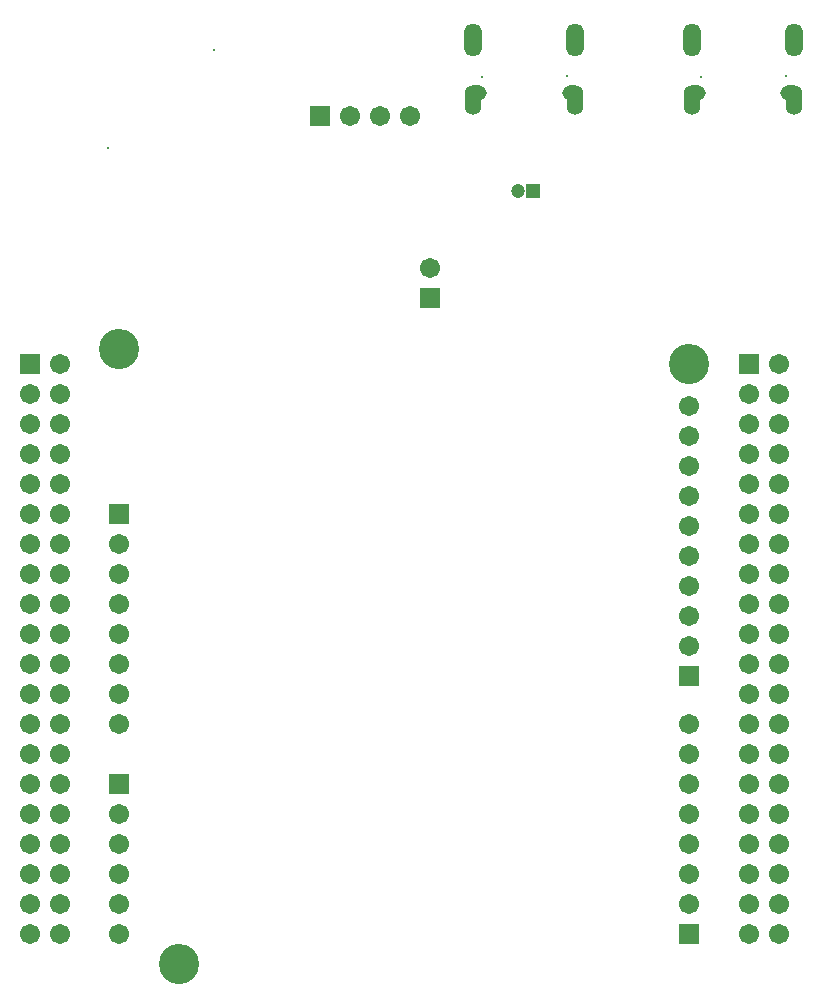
<source format=gbs>
G04*
G04 #@! TF.GenerationSoftware,Altium Limited,Altium Designer,19.0.15 (446)*
G04*
G04 Layer_Color=16711935*
%FSLAX44Y44*%
%MOMM*%
G71*
G01*
G75*
%ADD201R,1.7032X1.7032*%
%ADD238C,1.7032*%
%ADD239C,0.2032*%
%ADD240C,1.2032*%
%ADD241R,1.2032X1.2032*%
%ADD242O,1.6532X1.3032*%
%ADD243O,1.4032X2.5032*%
%ADD244O,1.5032X2.8032*%
%ADD245R,1.7032X1.7032*%
%ADD246C,3.4032*%
D201*
X362700Y660200D02*
D03*
X845300Y304430D02*
D03*
X362700Y431430D02*
D03*
X845300Y522870D02*
D03*
X286700Y787030D02*
D03*
X625700Y842721D02*
D03*
X896100Y787030D02*
D03*
D238*
X362700Y634800D02*
D03*
Y609400D02*
D03*
Y584000D02*
D03*
Y558600D02*
D03*
Y533200D02*
D03*
Y507800D02*
D03*
Y482400D02*
D03*
X845300Y482230D02*
D03*
Y456830D02*
D03*
Y431430D02*
D03*
Y406030D02*
D03*
Y380630D02*
D03*
Y355230D02*
D03*
Y329830D02*
D03*
X362700Y304430D02*
D03*
Y329830D02*
D03*
Y355230D02*
D03*
Y380630D02*
D03*
Y406030D02*
D03*
X845300Y548270D02*
D03*
Y599070D02*
D03*
Y624470D02*
D03*
Y649870D02*
D03*
Y675270D02*
D03*
Y700670D02*
D03*
Y726070D02*
D03*
Y751470D02*
D03*
Y573670D02*
D03*
X312100Y787030D02*
D03*
X286700Y761630D02*
D03*
X312100D02*
D03*
X286700Y736230D02*
D03*
X312100D02*
D03*
X286700Y710830D02*
D03*
X312100D02*
D03*
X286700Y685430D02*
D03*
X312100D02*
D03*
X286700Y660030D02*
D03*
X312100D02*
D03*
X286700Y634630D02*
D03*
X312100D02*
D03*
X286700Y609230D02*
D03*
X312100D02*
D03*
X286700Y583830D02*
D03*
X312100D02*
D03*
X286700Y558430D02*
D03*
X312100D02*
D03*
X286700Y533030D02*
D03*
X312100D02*
D03*
X286700Y507630D02*
D03*
X312100D02*
D03*
X286700Y482230D02*
D03*
X312100D02*
D03*
X286700Y456830D02*
D03*
X312100D02*
D03*
X286700Y431430D02*
D03*
X312100D02*
D03*
X286700Y406030D02*
D03*
X312100D02*
D03*
X286700Y380630D02*
D03*
X312100D02*
D03*
X286700Y355230D02*
D03*
X312100D02*
D03*
X286700Y329830D02*
D03*
X312100D02*
D03*
X286700Y304430D02*
D03*
X312100D02*
D03*
X625700Y868121D02*
D03*
X557900Y997200D02*
D03*
X583300D02*
D03*
X608700D02*
D03*
X921500Y304430D02*
D03*
X896100D02*
D03*
X921500Y329830D02*
D03*
X896100D02*
D03*
X921500Y355230D02*
D03*
X896100D02*
D03*
X921500Y380630D02*
D03*
X896100D02*
D03*
X921500Y406030D02*
D03*
X896100D02*
D03*
X921500Y431430D02*
D03*
X896100D02*
D03*
X921500Y456830D02*
D03*
X896100D02*
D03*
X921500Y482230D02*
D03*
X896100D02*
D03*
X921500Y507630D02*
D03*
X896100D02*
D03*
X921500Y533030D02*
D03*
X896100D02*
D03*
X921500Y558430D02*
D03*
X896100D02*
D03*
X921500Y583830D02*
D03*
X896100D02*
D03*
X921500Y609230D02*
D03*
X896100D02*
D03*
X921500Y634630D02*
D03*
X896100D02*
D03*
X921500Y660030D02*
D03*
X896100D02*
D03*
X921500Y685430D02*
D03*
X896100D02*
D03*
X921500Y710830D02*
D03*
X896100D02*
D03*
X921500Y736230D02*
D03*
X896100D02*
D03*
X921500Y761630D02*
D03*
X896100D02*
D03*
X921500Y787030D02*
D03*
D239*
X353100Y969814D02*
D03*
X443100Y1052814D02*
D03*
X669600Y1029850D02*
D03*
X741600Y1030500D02*
D03*
X854700Y1029850D02*
D03*
X926700Y1030500D02*
D03*
D240*
X699800Y933500D02*
D03*
D241*
X712500D02*
D03*
D242*
X745540Y1016700D02*
D03*
X665660D02*
D03*
X930640D02*
D03*
X850760D02*
D03*
D243*
X748800Y1010500D02*
D03*
X662400D02*
D03*
X933900D02*
D03*
X847500D02*
D03*
D244*
X748800Y1061000D02*
D03*
X662400D02*
D03*
X933900D02*
D03*
X847500D02*
D03*
D245*
X532500Y997200D02*
D03*
D246*
X413500Y279030D02*
D03*
X362700Y799730D02*
D03*
X845300Y787030D02*
D03*
M02*

</source>
